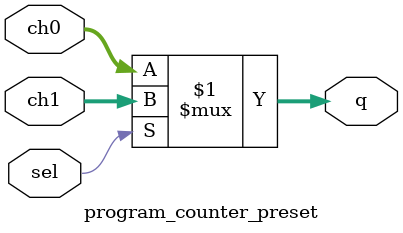
<source format=v>
module program_counter_preset( ch0, ch1, q, sel);

input [15:0] ch0;
input [15:0] ch1;
input sel;
output [15:0]q;

assign q = (sel)? ch1 : ch0;

endmodule
</source>
